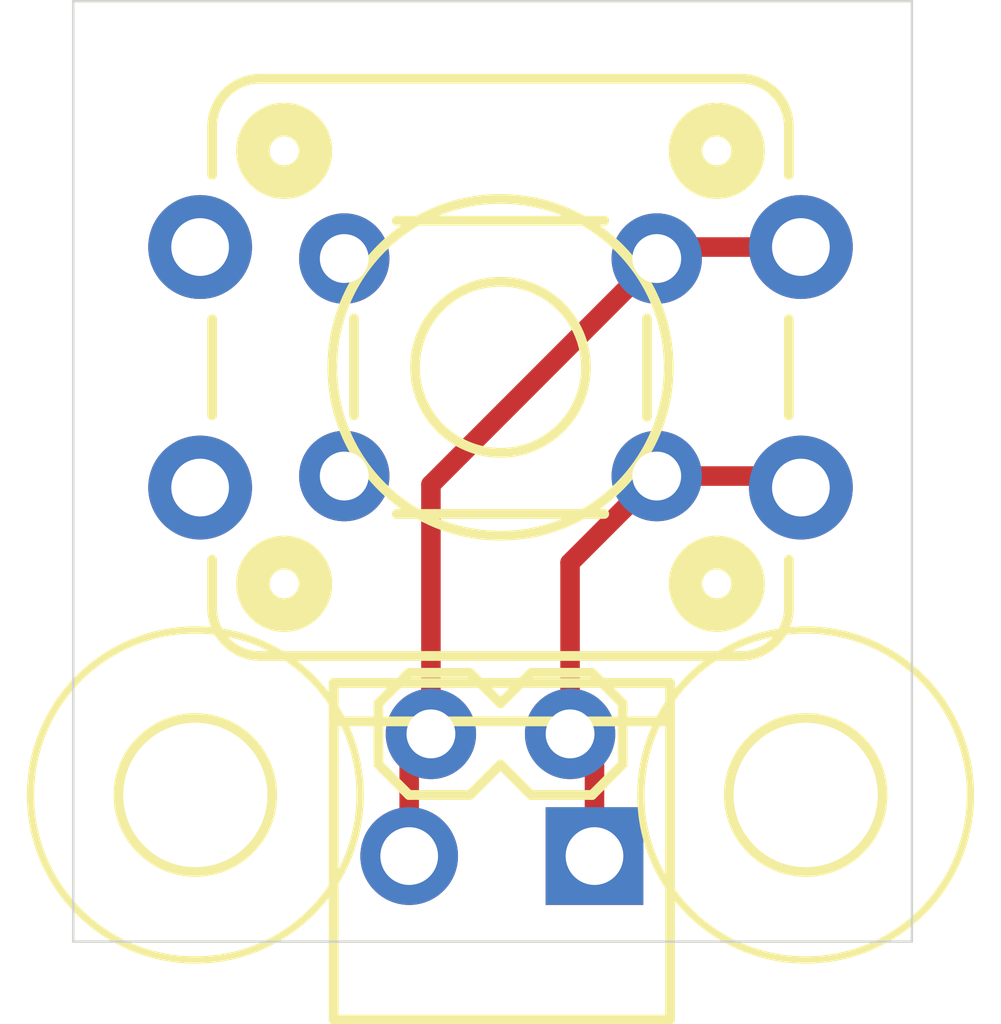
<source format=kicad_pcb>
(kicad_pcb (version 20241229) (generator "pcbnew") (generator_version "9.0")
  (layers (0 "F.Cu" signal) (2 "B.Cu" signal) (13 "F.Paste" user) (15 "B.Paste" user) (5 "F.SilkS" user "F.Silkscreen") (7 "B.SilkS" user "B.Silkscreen") (1 "F.Mask" user) (3 "B.Mask" user) (25 "Edge.Cuts" user))
  (net 0 "")
  (net 1 "N$1")
  (net 2 "N$2")
  (footprint "button breakout:TACTILE_SWITCH_PTH_12MM_535" (layer "F.Cu") (at 148.6661 102.8396)
    (property "Reference" "S1" (hide yes))
    (property "Value" "MOMENTARY-SWITCH-SPST-PTH-12MM" (hide yes))
    (fp_line (start -6 -4) (end -6 -5) (stroke (width 0.2032)) (layer "F.SilkS"))
    (fp_line (start -6 1) (end -6 -1) (stroke (width 0.2032)) (layer "F.SilkS"))
    (fp_line (start -6 5) (end -6 4) (stroke (width 0.2032)) (layer "F.SilkS"))
    (fp_line (start -5 -6) (end 5 -6) (stroke (width 0.2032)) (layer "F.SilkS"))
    (fp_line (start 5 6) (end -5 6) (stroke (width 0.2032)) (layer "F.SilkS"))
    (fp_line (start 6 -5) (end 6 -4) (stroke (width 0.2032)) (layer "F.SilkS"))
    (fp_line (start 6 -1) (end 6 1) (stroke (width 0.2032)) (layer "F.SilkS"))
    (fp_line (start 6 4) (end 6 5) (stroke (width 0.2032)) (layer "F.SilkS"))
    (fp_arc (start -6 -5) (mid -5.707107 -5.707107) (end -5 -6) (stroke (width 0.2032)) (layer "F.SilkS"))
    (fp_arc (start -5 6) (mid -5.707107 5.707107) (end -6 5) (stroke (width 0.2032)) (layer "F.SilkS"))
    (fp_arc (start 5 -6) (mid 5.707107 -5.707107) (end 6 -5) (stroke (width 0.2032)) (layer "F.SilkS"))
    (fp_arc (start 6 5) (mid 5.707107 5.707107) (end 5 6) (stroke (width 0.2032)) (layer "F.SilkS"))
    (fp_circle (center -4.5 -4.5) (end -4.2 -4.5) (stroke (width 0.7)) (fill no) (layer "F.SilkS"))
    (fp_circle (center -4.5 4.5) (end -4.2 4.5) (stroke (width 0.7)) (fill no) (layer "F.SilkS"))
    (fp_circle (center 0 0) (end 3.5 0) (stroke (width 0.2032)) (fill no) (layer "F.SilkS"))
    (fp_circle (center 4.5 -4.5) (end 4.8 -4.5) (stroke (width 0.7)) (fill no) (layer "F.SilkS"))
    (fp_circle (center 4.5 4.5) (end 4.8 4.5) (stroke (width 0.7)) (fill no) (layer "F.SilkS"))
    (pad "1" thru_hole circle (at 6.25 2.5) (size 2.159 2.159) (drill 1.2) (layers "*.Cu" "*.Mask") (net 2 "N$2"))
    (pad "2" thru_hole circle (at -6.25 2.5) (size 2.159 2.159) (drill 1.2) (layers "*.Cu" "*.Mask"))
    (pad "3" thru_hole circle (at 6.25 -2.5) (size 2.159 2.159) (drill 1.2) (layers "*.Cu" "*.Mask") (net 1 "N$1"))
    (pad "4" thru_hole circle (at -6.25 -2.5) (size 2.159 2.159) (drill 1.2) (layers "*.Cu" "*.Mask"))
  )
  (footprint "button breakout:3,0_237" (layer "F.Cu") (at 155.0161 111.7296)
    (property "Reference" "U$2" (hide yes))
    (property "Value" "" (hide yes))
    (fp_circle (center 0 0) (end 1.6 0) (stroke (width 0.2032)) (fill no) (layer "F.SilkS"))
    (fp_circle (center 0 0) (end 3.429 0) (stroke (width 0.1524)) (fill no) (layer "F.SilkS"))
    (pad "" np_thru_hole circle (at 0 0) (size 3 3) (drill 3) (layers "*.Cu" "*.Mask"))
  )
  (footprint "button breakout:3,0_237" (layer "F.Cu") (at 142.3161 111.7296)
    (property "Reference" "U$1" (hide yes))
    (property "Value" "" (hide yes))
    (fp_circle (center 0 0) (end 1.6 0) (stroke (width 0.2032)) (fill no) (layer "F.SilkS"))
    (fp_circle (center 0 0) (end 3.429 0) (stroke (width 0.1524)) (fill no) (layer "F.SilkS"))
    (pad "" np_thru_hole circle (at 0 0) (size 3 3) (drill 3) (layers "*.Cu" "*.Mask"))
  )
  (footprint "button breakout:1X02_LOCK_513" (layer "F.Cu") (at 147.3961 110.4596)
    (property "Reference" "J1" (hide yes))
    (property "Value" "")
    (fp_line (start -1.27 -0.635) (end -1.27 0.635) (stroke (width 0.2032)) (layer "F.SilkS"))
    (fp_line (start -1.27 0.635) (end -0.635 1.27) (stroke (width 0.2032)) (layer "F.SilkS"))
    (fp_line (start -0.635 -1.27) (end -1.27 -0.635) (stroke (width 0.2032)) (layer "F.SilkS"))
    (fp_line (start -0.635 -1.27) (end 0.635 -1.27) (stroke (width 0.2032)) (layer "F.SilkS"))
    (fp_line (start 0.635 -1.27) (end 1.27 -0.635) (stroke (width 0.2032)) (layer "F.SilkS"))
    (fp_line (start 0.635 1.27) (end -0.635 1.27) (stroke (width 0.2032)) (layer "F.SilkS"))
    (fp_line (start 1.27 -0.635) (end 1.905 -1.27) (stroke (width 0.2032)) (layer "F.SilkS"))
    (fp_line (start 1.27 0.635) (end 0.635 1.27) (stroke (width 0.2032)) (layer "F.SilkS"))
    (fp_line (start 1.905 -1.27) (end 3.175 -1.27) (stroke (width 0.2032)) (layer "F.SilkS"))
    (fp_line (start 1.905 1.27) (end 1.27 0.635) (stroke (width 0.2032)) (layer "F.SilkS"))
    (fp_line (start 3.175 -1.27) (end 3.81 -0.635) (stroke (width 0.2032)) (layer "F.SilkS"))
    (fp_line (start 3.175 1.27) (end 1.905 1.27) (stroke (width 0.2032)) (layer "F.SilkS"))
    (fp_line (start 3.81 -0.635) (end 3.81 0.635) (stroke (width 0.2032)) (layer "F.SilkS"))
    (fp_line (start 3.81 0.635) (end 3.175 1.27) (stroke (width 0.2032)) (layer "F.SilkS"))
    (pad "1" thru_hole circle (at -0.1778 0 90) (size 1.8796 1.8796) (drill 1.016) (layers "*.Cu" "*.Mask") (net 1 "N$1"))
    (pad "2" thru_hole circle (at 2.7178 0 90) (size 1.8796 1.8796) (drill 1.016) (layers "*.Cu" "*.Mask") (net 2 "N$2"))
  )
  (footprint "button breakout:SCREWTERMINAL-3.5MM-2_LOCK_513" (layer "F.Cu") (at 150.4441 112.9996 180)
    (property "Reference" "J2" (hide yes))
    (property "Value" "")
    (fp_line (start 5.25 3.6) (end -1.75 3.6) (stroke (width 0.2032)) (layer "F.SilkS"))
    (fp_line (start 5.25 2.8) (end 5.25 3.6) (stroke (width 0.2032)) (layer "F.SilkS"))
    (fp_line (start 5.25 2.8) (end -1.75 2.8) (stroke (width 0.2032)) (layer "F.SilkS"))
    (fp_line (start 5.25 -3.4) (end 5.25 2.8) (stroke (width 0.2032)) (layer "F.SilkS"))
    (fp_line (start -1.75 3.6) (end -1.75 2.8) (stroke (width 0.2032)) (layer "F.SilkS"))
    (fp_line (start -1.75 2.8) (end -1.75 -3.4) (stroke (width 0.2032)) (layer "F.SilkS"))
    (fp_line (start -1.75 -3.4) (end 5.25 -3.4) (stroke (width 0.2032)) (layer "F.SilkS"))
    (pad "1" thru_hole rect (at -0.1778 0 180) (size 2.032 2.032) (drill 1.2) (layers "*.Cu" "*.Mask") (net 2 "N$2"))
    (pad "2" thru_hole circle (at 3.6778 0 180) (size 2.032 2.032) (drill 1.2) (layers "*.Cu" "*.Mask") (net 1 "N$1"))
  )
  (footprint "button breakout:TACTILE_SWITCH_PTH_6.0MM_535" (layer "F.Cu") (at 148.6661 102.8396 180)
    (property "Reference" "S2" (hide yes))
    (property "Value" "MOMENTARY-SWITCH-SPST-PTH-6.0MM" (hide yes))
    (fp_line (start 3.048 -0.998) (end 3.048 1.016) (stroke (width 0.2032)) (layer "F.SilkS"))
    (fp_line (start 2.159 -3.048) (end -2.159 -3.048) (stroke (width 0.2032)) (layer "F.SilkS"))
    (fp_line (start -2.159 3.048) (end 2.159 3.048) (stroke (width 0.2032)) (layer "F.SilkS"))
    (fp_line (start -3.048 -1.028) (end -3.048 1.016) (stroke (width 0.2032)) (layer "F.SilkS"))
    (fp_circle (center 0 0) (end 1.778 0) (stroke (width 0.2032)) (fill no) (layer "F.SilkS"))
    (pad "1" thru_hole circle (at -3.2512 -2.2606 180) (size 1.8796 1.8796) (drill 1.016) (layers "*.Cu" "*.Mask") (net 2 "N$2"))
    (pad "2" thru_hole circle (at 3.2512 -2.2606 180) (size 1.8796 1.8796) (drill 1.016) (layers "*.Cu" "*.Mask"))
    (pad "3" thru_hole circle (at -3.2512 2.2606 180) (size 1.8796 1.8796) (drill 1.016) (layers "*.Cu" "*.Mask") (net 1 "N$1"))
    (pad "4" thru_hole circle (at 3.2512 2.2606 180) (size 1.8796 1.8796) (drill 1.016) (layers "*.Cu" "*.Mask"))
  )
  (gr_line (start 139.7761 114.7776) (end 157.2261 114.7776) (stroke (width 0.05)) (layer "Edge.Cuts"))
  (gr_line (start 157.2261 95.2296) (end 139.7761 95.2296) (stroke (width 0.05)) (layer "Edge.Cuts"))
  (gr_line (start 157.2261 114.7776) (end 157.2261 95.2296) (stroke (width 0.05)) (layer "Edge.Cuts"))
  (gr_line (start 139.7761 95.2296) (end 139.7761 114.7776) (stroke (width 0.05)) (layer "Edge.Cuts"))
  (segment (start 147.2183 105.278) (end 151.9173 100.579) (width 0.4064) (layer "F.Cu") (net 1))
  (segment (start 152.1567 100.3396) (end 154.9161 100.3396) (width 0.4064) (layer "F.Cu") (net 1))
  (segment (start 151.9173 100.579) (end 152.1567 100.3396) (width 0.4064) (layer "F.Cu") (net 1))
  (segment (start 147.2183 110.4596) (end 147.2183 105.278) (width 0.4064) (layer "F.Cu") (net 1))
  (segment (start 146.7663 112.9996) (end 146.7663 110.9116) (width 0.4064) (layer "F.Cu") (net 1))
  (segment (start 146.7663 110.9116) (end 147.2183 110.4596) (width 0.4064) (layer "F.Cu") (net 1))
  (segment (start 150.6219 110.9676) (end 150.1139 110.4596) (width 0.4064) (layer "F.Cu") (net 2))
  (segment (start 150.1139 106.9036) (end 151.9173 105.1002) (width 0.4064) (layer "F.Cu") (net 2))
  (segment (start 151.9173 105.1002) (end 154.6767 105.1002) (width 0.4064) (layer "F.Cu") (net 2))
  (segment (start 150.6219 112.9996) (end 150.6219 110.9676) (width 0.4064) (layer "F.Cu") (net 2))
  (segment (start 154.6767 105.1002) (end 154.9161 105.3396) (width 0.4064) (layer "F.Cu") (net 2))
  (segment (start 150.1139 110.4596) (end 150.1139 106.9036) (width 0.4064) (layer "F.Cu") (net 2))
)
</source>
